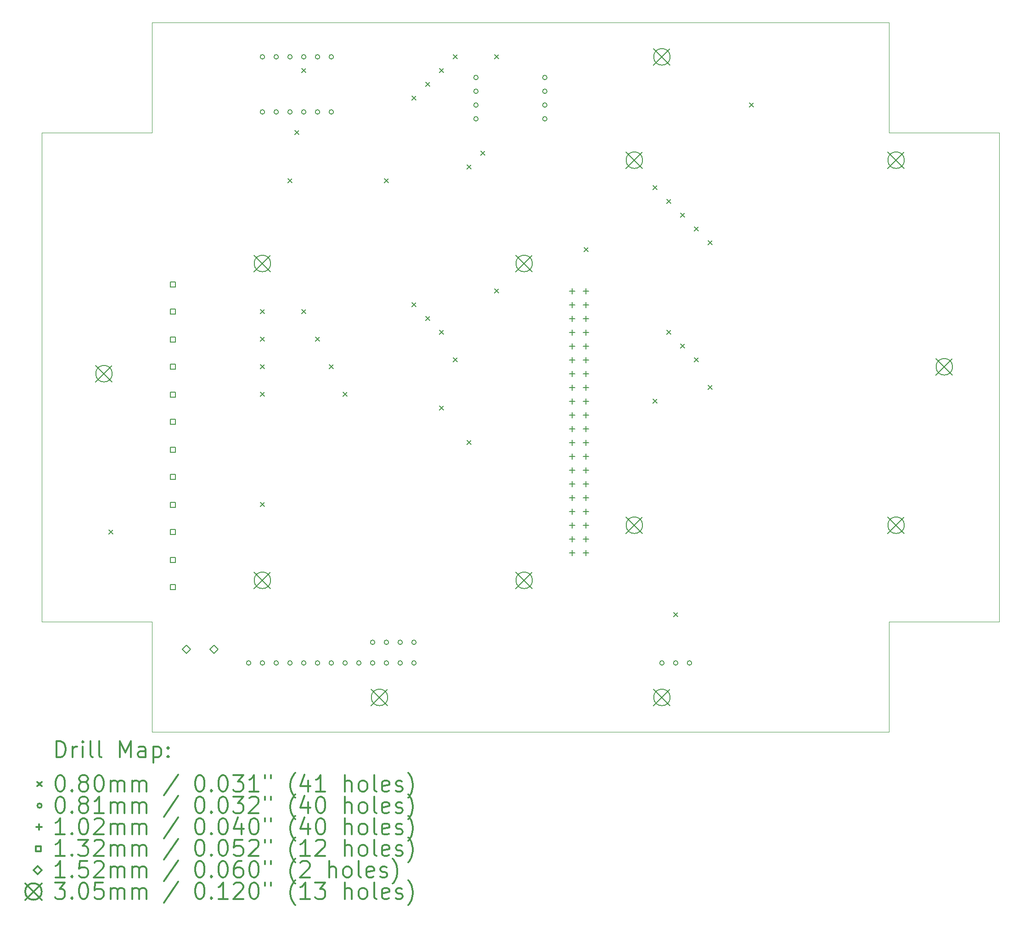
<source format=gbr>
%FSLAX45Y45*%
G04 Gerber Fmt 4.5, Leading zero omitted, Abs format (unit mm)*
G04 Created by KiCad (PCBNEW 4.0.5+dfsg1-4+deb9u1) date Tue Sep 27 18:47:43 2022*
%MOMM*%
%LPD*%
G01*
G04 APERTURE LIST*
%ADD10C,0.127000*%
%ADD11C,0.100000*%
%ADD12C,0.200000*%
%ADD13C,0.300000*%
G04 APERTURE END LIST*
D10*
D11*
X21336000Y-16383000D02*
X7747000Y-16383000D01*
X21336000Y-14351000D02*
X21336000Y-16383000D01*
X23368000Y-14351000D02*
X21336000Y-14351000D01*
X23368000Y-5334000D02*
X23368000Y-14351000D01*
X21336000Y-5334000D02*
X23368000Y-5334000D01*
X21336000Y-3302000D02*
X21336000Y-5334000D01*
X7747000Y-3302000D02*
X21336000Y-3302000D01*
X7747000Y-5334000D02*
X7747000Y-3302000D01*
X5715000Y-5334000D02*
X7747000Y-5334000D01*
X5715000Y-14351000D02*
X5715000Y-5334000D01*
X7747000Y-14351000D02*
X5715000Y-14351000D01*
X7747000Y-16383000D02*
X7747000Y-14351000D01*
X13970000Y-16383000D02*
X20701000Y-16383000D01*
X13970000Y-16383000D02*
X7874000Y-16383000D01*
D12*
X6945000Y-12660000D02*
X7025000Y-12740000D01*
X7025000Y-12660000D02*
X6945000Y-12740000D01*
X9739000Y-8596000D02*
X9819000Y-8676000D01*
X9819000Y-8596000D02*
X9739000Y-8676000D01*
X9739000Y-9104000D02*
X9819000Y-9184000D01*
X9819000Y-9104000D02*
X9739000Y-9184000D01*
X9739000Y-9612000D02*
X9819000Y-9692000D01*
X9819000Y-9612000D02*
X9739000Y-9692000D01*
X9739000Y-10120000D02*
X9819000Y-10200000D01*
X9819000Y-10120000D02*
X9739000Y-10200000D01*
X9739000Y-12152000D02*
X9819000Y-12232000D01*
X9819000Y-12152000D02*
X9739000Y-12232000D01*
X10247000Y-6183000D02*
X10327000Y-6263000D01*
X10327000Y-6183000D02*
X10247000Y-6263000D01*
X10374000Y-5294000D02*
X10454000Y-5374000D01*
X10454000Y-5294000D02*
X10374000Y-5374000D01*
X10501000Y-4151000D02*
X10581000Y-4231000D01*
X10581000Y-4151000D02*
X10501000Y-4231000D01*
X10501000Y-8596000D02*
X10581000Y-8676000D01*
X10581000Y-8596000D02*
X10501000Y-8676000D01*
X10755000Y-9104000D02*
X10835000Y-9184000D01*
X10835000Y-9104000D02*
X10755000Y-9184000D01*
X11009000Y-9612000D02*
X11089000Y-9692000D01*
X11089000Y-9612000D02*
X11009000Y-9692000D01*
X11263000Y-10120000D02*
X11343000Y-10200000D01*
X11343000Y-10120000D02*
X11263000Y-10200000D01*
X12025000Y-6183000D02*
X12105000Y-6263000D01*
X12105000Y-6183000D02*
X12025000Y-6263000D01*
X12533000Y-4659000D02*
X12613000Y-4739000D01*
X12613000Y-4659000D02*
X12533000Y-4739000D01*
X12533000Y-8469000D02*
X12613000Y-8549000D01*
X12613000Y-8469000D02*
X12533000Y-8549000D01*
X12787000Y-4405000D02*
X12867000Y-4485000D01*
X12867000Y-4405000D02*
X12787000Y-4485000D01*
X12787000Y-8723000D02*
X12867000Y-8803000D01*
X12867000Y-8723000D02*
X12787000Y-8803000D01*
X13041000Y-4151000D02*
X13121000Y-4231000D01*
X13121000Y-4151000D02*
X13041000Y-4231000D01*
X13041000Y-8977000D02*
X13121000Y-9057000D01*
X13121000Y-8977000D02*
X13041000Y-9057000D01*
X13041000Y-10374000D02*
X13121000Y-10454000D01*
X13121000Y-10374000D02*
X13041000Y-10454000D01*
X13295000Y-3897000D02*
X13375000Y-3977000D01*
X13375000Y-3897000D02*
X13295000Y-3977000D01*
X13295000Y-9485000D02*
X13375000Y-9565000D01*
X13375000Y-9485000D02*
X13295000Y-9565000D01*
X13549000Y-5929000D02*
X13629000Y-6009000D01*
X13629000Y-5929000D02*
X13549000Y-6009000D01*
X13549000Y-11009000D02*
X13629000Y-11089000D01*
X13629000Y-11009000D02*
X13549000Y-11089000D01*
X13803000Y-5675000D02*
X13883000Y-5755000D01*
X13883000Y-5675000D02*
X13803000Y-5755000D01*
X14057000Y-3897000D02*
X14137000Y-3977000D01*
X14137000Y-3897000D02*
X14057000Y-3977000D01*
X14057000Y-8215000D02*
X14137000Y-8295000D01*
X14137000Y-8215000D02*
X14057000Y-8295000D01*
X15708000Y-7453000D02*
X15788000Y-7533000D01*
X15788000Y-7453000D02*
X15708000Y-7533000D01*
X16978000Y-6310000D02*
X17058000Y-6390000D01*
X17058000Y-6310000D02*
X16978000Y-6390000D01*
X16978000Y-10247000D02*
X17058000Y-10327000D01*
X17058000Y-10247000D02*
X16978000Y-10327000D01*
X17232000Y-6564000D02*
X17312000Y-6644000D01*
X17312000Y-6564000D02*
X17232000Y-6644000D01*
X17232000Y-8977000D02*
X17312000Y-9057000D01*
X17312000Y-8977000D02*
X17232000Y-9057000D01*
X17359000Y-14184000D02*
X17439000Y-14264000D01*
X17439000Y-14184000D02*
X17359000Y-14264000D01*
X17486000Y-6818000D02*
X17566000Y-6898000D01*
X17566000Y-6818000D02*
X17486000Y-6898000D01*
X17486000Y-9231000D02*
X17566000Y-9311000D01*
X17566000Y-9231000D02*
X17486000Y-9311000D01*
X17740000Y-7072000D02*
X17820000Y-7152000D01*
X17820000Y-7072000D02*
X17740000Y-7152000D01*
X17740000Y-9485000D02*
X17820000Y-9565000D01*
X17820000Y-9485000D02*
X17740000Y-9565000D01*
X17994000Y-7326000D02*
X18074000Y-7406000D01*
X18074000Y-7326000D02*
X17994000Y-7406000D01*
X17994000Y-9993000D02*
X18074000Y-10073000D01*
X18074000Y-9993000D02*
X17994000Y-10073000D01*
X18756000Y-4786000D02*
X18836000Y-4866000D01*
X18836000Y-4786000D02*
X18756000Y-4866000D01*
X9565640Y-15113000D02*
G75*
G03X9565640Y-15113000I-40640J0D01*
G01*
X9819640Y-3937000D02*
G75*
G03X9819640Y-3937000I-40640J0D01*
G01*
X9819640Y-4953000D02*
G75*
G03X9819640Y-4953000I-40640J0D01*
G01*
X9819640Y-15113000D02*
G75*
G03X9819640Y-15113000I-40640J0D01*
G01*
X10073640Y-3937000D02*
G75*
G03X10073640Y-3937000I-40640J0D01*
G01*
X10073640Y-4953000D02*
G75*
G03X10073640Y-4953000I-40640J0D01*
G01*
X10073640Y-15113000D02*
G75*
G03X10073640Y-15113000I-40640J0D01*
G01*
X10327640Y-3937000D02*
G75*
G03X10327640Y-3937000I-40640J0D01*
G01*
X10327640Y-4953000D02*
G75*
G03X10327640Y-4953000I-40640J0D01*
G01*
X10327640Y-15113000D02*
G75*
G03X10327640Y-15113000I-40640J0D01*
G01*
X10581640Y-3937000D02*
G75*
G03X10581640Y-3937000I-40640J0D01*
G01*
X10581640Y-4953000D02*
G75*
G03X10581640Y-4953000I-40640J0D01*
G01*
X10581640Y-15113000D02*
G75*
G03X10581640Y-15113000I-40640J0D01*
G01*
X10835640Y-3937000D02*
G75*
G03X10835640Y-3937000I-40640J0D01*
G01*
X10835640Y-4953000D02*
G75*
G03X10835640Y-4953000I-40640J0D01*
G01*
X10835640Y-15113000D02*
G75*
G03X10835640Y-15113000I-40640J0D01*
G01*
X11089640Y-3937000D02*
G75*
G03X11089640Y-3937000I-40640J0D01*
G01*
X11089640Y-4953000D02*
G75*
G03X11089640Y-4953000I-40640J0D01*
G01*
X11089640Y-15113000D02*
G75*
G03X11089640Y-15113000I-40640J0D01*
G01*
X11343640Y-15113000D02*
G75*
G03X11343640Y-15113000I-40640J0D01*
G01*
X11597640Y-15113000D02*
G75*
G03X11597640Y-15113000I-40640J0D01*
G01*
X11851640Y-14732000D02*
G75*
G03X11851640Y-14732000I-40640J0D01*
G01*
X11851640Y-15113000D02*
G75*
G03X11851640Y-15113000I-40640J0D01*
G01*
X12105640Y-14732000D02*
G75*
G03X12105640Y-14732000I-40640J0D01*
G01*
X12105640Y-15113000D02*
G75*
G03X12105640Y-15113000I-40640J0D01*
G01*
X12359640Y-14732000D02*
G75*
G03X12359640Y-14732000I-40640J0D01*
G01*
X12359640Y-15113000D02*
G75*
G03X12359640Y-15113000I-40640J0D01*
G01*
X12613640Y-14732000D02*
G75*
G03X12613640Y-14732000I-40640J0D01*
G01*
X12613640Y-15113000D02*
G75*
G03X12613640Y-15113000I-40640J0D01*
G01*
X13756640Y-4318000D02*
G75*
G03X13756640Y-4318000I-40640J0D01*
G01*
X13756640Y-4572000D02*
G75*
G03X13756640Y-4572000I-40640J0D01*
G01*
X13756640Y-4826000D02*
G75*
G03X13756640Y-4826000I-40640J0D01*
G01*
X13756640Y-5080000D02*
G75*
G03X13756640Y-5080000I-40640J0D01*
G01*
X15026640Y-4318000D02*
G75*
G03X15026640Y-4318000I-40640J0D01*
G01*
X15026640Y-4572000D02*
G75*
G03X15026640Y-4572000I-40640J0D01*
G01*
X15026640Y-4826000D02*
G75*
G03X15026640Y-4826000I-40640J0D01*
G01*
X15026640Y-5080000D02*
G75*
G03X15026640Y-5080000I-40640J0D01*
G01*
X17185640Y-15113000D02*
G75*
G03X17185640Y-15113000I-40640J0D01*
G01*
X17439640Y-15113000D02*
G75*
G03X17439640Y-15113000I-40640J0D01*
G01*
X17693640Y-15113000D02*
G75*
G03X17693640Y-15113000I-40640J0D01*
G01*
X15494000Y-8204200D02*
X15494000Y-8305800D01*
X15443200Y-8255000D02*
X15544800Y-8255000D01*
X15494000Y-8458200D02*
X15494000Y-8559800D01*
X15443200Y-8509000D02*
X15544800Y-8509000D01*
X15494000Y-8712200D02*
X15494000Y-8813800D01*
X15443200Y-8763000D02*
X15544800Y-8763000D01*
X15494000Y-8966200D02*
X15494000Y-9067800D01*
X15443200Y-9017000D02*
X15544800Y-9017000D01*
X15494000Y-9220200D02*
X15494000Y-9321800D01*
X15443200Y-9271000D02*
X15544800Y-9271000D01*
X15494000Y-9474200D02*
X15494000Y-9575800D01*
X15443200Y-9525000D02*
X15544800Y-9525000D01*
X15494000Y-9728200D02*
X15494000Y-9829800D01*
X15443200Y-9779000D02*
X15544800Y-9779000D01*
X15494000Y-9982200D02*
X15494000Y-10083800D01*
X15443200Y-10033000D02*
X15544800Y-10033000D01*
X15494000Y-10236200D02*
X15494000Y-10337800D01*
X15443200Y-10287000D02*
X15544800Y-10287000D01*
X15494000Y-10490200D02*
X15494000Y-10591800D01*
X15443200Y-10541000D02*
X15544800Y-10541000D01*
X15494000Y-10744200D02*
X15494000Y-10845800D01*
X15443200Y-10795000D02*
X15544800Y-10795000D01*
X15494000Y-10998200D02*
X15494000Y-11099800D01*
X15443200Y-11049000D02*
X15544800Y-11049000D01*
X15494000Y-11252200D02*
X15494000Y-11353800D01*
X15443200Y-11303000D02*
X15544800Y-11303000D01*
X15494000Y-11506200D02*
X15494000Y-11607800D01*
X15443200Y-11557000D02*
X15544800Y-11557000D01*
X15494000Y-11760200D02*
X15494000Y-11861800D01*
X15443200Y-11811000D02*
X15544800Y-11811000D01*
X15494000Y-12014200D02*
X15494000Y-12115800D01*
X15443200Y-12065000D02*
X15544800Y-12065000D01*
X15494000Y-12268200D02*
X15494000Y-12369800D01*
X15443200Y-12319000D02*
X15544800Y-12319000D01*
X15494000Y-12522200D02*
X15494000Y-12623800D01*
X15443200Y-12573000D02*
X15544800Y-12573000D01*
X15494000Y-12776200D02*
X15494000Y-12877800D01*
X15443200Y-12827000D02*
X15544800Y-12827000D01*
X15494000Y-13030200D02*
X15494000Y-13131800D01*
X15443200Y-13081000D02*
X15544800Y-13081000D01*
X15748000Y-8204200D02*
X15748000Y-8305800D01*
X15697200Y-8255000D02*
X15798800Y-8255000D01*
X15748000Y-8458200D02*
X15748000Y-8559800D01*
X15697200Y-8509000D02*
X15798800Y-8509000D01*
X15748000Y-8712200D02*
X15748000Y-8813800D01*
X15697200Y-8763000D02*
X15798800Y-8763000D01*
X15748000Y-8966200D02*
X15748000Y-9067800D01*
X15697200Y-9017000D02*
X15798800Y-9017000D01*
X15748000Y-9220200D02*
X15748000Y-9321800D01*
X15697200Y-9271000D02*
X15798800Y-9271000D01*
X15748000Y-9474200D02*
X15748000Y-9575800D01*
X15697200Y-9525000D02*
X15798800Y-9525000D01*
X15748000Y-9728200D02*
X15748000Y-9829800D01*
X15697200Y-9779000D02*
X15798800Y-9779000D01*
X15748000Y-9982200D02*
X15748000Y-10083800D01*
X15697200Y-10033000D02*
X15798800Y-10033000D01*
X15748000Y-10236200D02*
X15748000Y-10337800D01*
X15697200Y-10287000D02*
X15798800Y-10287000D01*
X15748000Y-10490200D02*
X15748000Y-10591800D01*
X15697200Y-10541000D02*
X15798800Y-10541000D01*
X15748000Y-10744200D02*
X15748000Y-10845800D01*
X15697200Y-10795000D02*
X15798800Y-10795000D01*
X15748000Y-10998200D02*
X15748000Y-11099800D01*
X15697200Y-11049000D02*
X15798800Y-11049000D01*
X15748000Y-11252200D02*
X15748000Y-11353800D01*
X15697200Y-11303000D02*
X15798800Y-11303000D01*
X15748000Y-11506200D02*
X15748000Y-11607800D01*
X15697200Y-11557000D02*
X15798800Y-11557000D01*
X15748000Y-11760200D02*
X15748000Y-11861800D01*
X15697200Y-11811000D02*
X15798800Y-11811000D01*
X15748000Y-12014200D02*
X15748000Y-12115800D01*
X15697200Y-12065000D02*
X15798800Y-12065000D01*
X15748000Y-12268200D02*
X15748000Y-12369800D01*
X15697200Y-12319000D02*
X15798800Y-12319000D01*
X15748000Y-12522200D02*
X15748000Y-12623800D01*
X15697200Y-12573000D02*
X15798800Y-12573000D01*
X15748000Y-12776200D02*
X15748000Y-12877800D01*
X15697200Y-12827000D02*
X15798800Y-12827000D01*
X15748000Y-13030200D02*
X15748000Y-13131800D01*
X15697200Y-13081000D02*
X15798800Y-13081000D01*
X8174698Y-8177238D02*
X8174698Y-8083842D01*
X8081302Y-8083842D01*
X8081302Y-8177238D01*
X8174698Y-8177238D01*
X8174698Y-8677618D02*
X8174698Y-8584222D01*
X8081302Y-8584222D01*
X8081302Y-8677618D01*
X8174698Y-8677618D01*
X8174698Y-9193238D02*
X8174698Y-9099842D01*
X8081302Y-9099842D01*
X8081302Y-9193238D01*
X8174698Y-9193238D01*
X8174698Y-9693618D02*
X8174698Y-9600222D01*
X8081302Y-9600222D01*
X8081302Y-9693618D01*
X8174698Y-9693618D01*
X8174698Y-10209238D02*
X8174698Y-10115842D01*
X8081302Y-10115842D01*
X8081302Y-10209238D01*
X8174698Y-10209238D01*
X8174698Y-10709618D02*
X8174698Y-10616222D01*
X8081302Y-10616222D01*
X8081302Y-10709618D01*
X8174698Y-10709618D01*
X8174698Y-11225238D02*
X8174698Y-11131842D01*
X8081302Y-11131842D01*
X8081302Y-11225238D01*
X8174698Y-11225238D01*
X8174698Y-11725618D02*
X8174698Y-11632222D01*
X8081302Y-11632222D01*
X8081302Y-11725618D01*
X8174698Y-11725618D01*
X8174698Y-12241238D02*
X8174698Y-12147842D01*
X8081302Y-12147842D01*
X8081302Y-12241238D01*
X8174698Y-12241238D01*
X8174698Y-12741618D02*
X8174698Y-12648222D01*
X8081302Y-12648222D01*
X8081302Y-12741618D01*
X8174698Y-12741618D01*
X8174698Y-13257238D02*
X8174698Y-13163842D01*
X8081302Y-13163842D01*
X8081302Y-13257238D01*
X8174698Y-13257238D01*
X8174698Y-13757618D02*
X8174698Y-13664222D01*
X8081302Y-13664222D01*
X8081302Y-13757618D01*
X8174698Y-13757618D01*
X8382000Y-14935200D02*
X8458200Y-14859000D01*
X8382000Y-14782800D01*
X8305800Y-14859000D01*
X8382000Y-14935200D01*
X8890000Y-14935200D02*
X8966200Y-14859000D01*
X8890000Y-14782800D01*
X8813800Y-14859000D01*
X8890000Y-14935200D01*
X6705600Y-9626600D02*
X7010400Y-9931400D01*
X7010400Y-9626600D02*
X6705600Y-9931400D01*
X7010400Y-9779000D02*
G75*
G03X7010400Y-9779000I-152400J0D01*
G01*
X9626600Y-7594600D02*
X9931400Y-7899400D01*
X9931400Y-7594600D02*
X9626600Y-7899400D01*
X9931400Y-7747000D02*
G75*
G03X9931400Y-7747000I-152400J0D01*
G01*
X9626600Y-13436600D02*
X9931400Y-13741400D01*
X9931400Y-13436600D02*
X9626600Y-13741400D01*
X9931400Y-13589000D02*
G75*
G03X9931400Y-13589000I-152400J0D01*
G01*
X11785600Y-15595600D02*
X12090400Y-15900400D01*
X12090400Y-15595600D02*
X11785600Y-15900400D01*
X12090400Y-15748000D02*
G75*
G03X12090400Y-15748000I-152400J0D01*
G01*
X14452600Y-7594600D02*
X14757400Y-7899400D01*
X14757400Y-7594600D02*
X14452600Y-7899400D01*
X14757400Y-7747000D02*
G75*
G03X14757400Y-7747000I-152400J0D01*
G01*
X14452600Y-13436600D02*
X14757400Y-13741400D01*
X14757400Y-13436600D02*
X14452600Y-13741400D01*
X14757400Y-13589000D02*
G75*
G03X14757400Y-13589000I-152400J0D01*
G01*
X16484600Y-5689600D02*
X16789400Y-5994400D01*
X16789400Y-5689600D02*
X16484600Y-5994400D01*
X16789400Y-5842000D02*
G75*
G03X16789400Y-5842000I-152400J0D01*
G01*
X16484600Y-12420600D02*
X16789400Y-12725400D01*
X16789400Y-12420600D02*
X16484600Y-12725400D01*
X16789400Y-12573000D02*
G75*
G03X16789400Y-12573000I-152400J0D01*
G01*
X16992600Y-3784600D02*
X17297400Y-4089400D01*
X17297400Y-3784600D02*
X16992600Y-4089400D01*
X17297400Y-3937000D02*
G75*
G03X17297400Y-3937000I-152400J0D01*
G01*
X16992600Y-15595600D02*
X17297400Y-15900400D01*
X17297400Y-15595600D02*
X16992600Y-15900400D01*
X17297400Y-15748000D02*
G75*
G03X17297400Y-15748000I-152400J0D01*
G01*
X21310600Y-5689600D02*
X21615400Y-5994400D01*
X21615400Y-5689600D02*
X21310600Y-5994400D01*
X21615400Y-5842000D02*
G75*
G03X21615400Y-5842000I-152400J0D01*
G01*
X21310600Y-12420600D02*
X21615400Y-12725400D01*
X21615400Y-12420600D02*
X21310600Y-12725400D01*
X21615400Y-12573000D02*
G75*
G03X21615400Y-12573000I-152400J0D01*
G01*
X22199600Y-9499600D02*
X22504400Y-9804400D01*
X22504400Y-9499600D02*
X22199600Y-9804400D01*
X22504400Y-9652000D02*
G75*
G03X22504400Y-9652000I-152400J0D01*
G01*
D13*
X5981428Y-16853714D02*
X5981428Y-16553714D01*
X6052857Y-16553714D01*
X6095714Y-16568000D01*
X6124286Y-16596571D01*
X6138571Y-16625143D01*
X6152857Y-16682286D01*
X6152857Y-16725143D01*
X6138571Y-16782286D01*
X6124286Y-16810857D01*
X6095714Y-16839429D01*
X6052857Y-16853714D01*
X5981428Y-16853714D01*
X6281428Y-16853714D02*
X6281428Y-16653714D01*
X6281428Y-16710857D02*
X6295714Y-16682286D01*
X6310000Y-16668000D01*
X6338571Y-16653714D01*
X6367143Y-16653714D01*
X6467143Y-16853714D02*
X6467143Y-16653714D01*
X6467143Y-16553714D02*
X6452857Y-16568000D01*
X6467143Y-16582286D01*
X6481428Y-16568000D01*
X6467143Y-16553714D01*
X6467143Y-16582286D01*
X6652857Y-16853714D02*
X6624286Y-16839429D01*
X6610000Y-16810857D01*
X6610000Y-16553714D01*
X6810000Y-16853714D02*
X6781428Y-16839429D01*
X6767143Y-16810857D01*
X6767143Y-16553714D01*
X7152857Y-16853714D02*
X7152857Y-16553714D01*
X7252857Y-16768000D01*
X7352857Y-16553714D01*
X7352857Y-16853714D01*
X7624286Y-16853714D02*
X7624286Y-16696571D01*
X7610000Y-16668000D01*
X7581428Y-16653714D01*
X7524286Y-16653714D01*
X7495714Y-16668000D01*
X7624286Y-16839429D02*
X7595714Y-16853714D01*
X7524286Y-16853714D01*
X7495714Y-16839429D01*
X7481428Y-16810857D01*
X7481428Y-16782286D01*
X7495714Y-16753714D01*
X7524286Y-16739429D01*
X7595714Y-16739429D01*
X7624286Y-16725143D01*
X7767143Y-16653714D02*
X7767143Y-16953714D01*
X7767143Y-16668000D02*
X7795714Y-16653714D01*
X7852857Y-16653714D01*
X7881428Y-16668000D01*
X7895714Y-16682286D01*
X7910000Y-16710857D01*
X7910000Y-16796572D01*
X7895714Y-16825143D01*
X7881428Y-16839429D01*
X7852857Y-16853714D01*
X7795714Y-16853714D01*
X7767143Y-16839429D01*
X8038571Y-16825143D02*
X8052857Y-16839429D01*
X8038571Y-16853714D01*
X8024286Y-16839429D01*
X8038571Y-16825143D01*
X8038571Y-16853714D01*
X8038571Y-16668000D02*
X8052857Y-16682286D01*
X8038571Y-16696571D01*
X8024286Y-16682286D01*
X8038571Y-16668000D01*
X8038571Y-16696571D01*
X5630000Y-17308000D02*
X5710000Y-17388000D01*
X5710000Y-17308000D02*
X5630000Y-17388000D01*
X6038571Y-17183714D02*
X6067143Y-17183714D01*
X6095714Y-17198000D01*
X6110000Y-17212286D01*
X6124286Y-17240857D01*
X6138571Y-17298000D01*
X6138571Y-17369429D01*
X6124286Y-17426572D01*
X6110000Y-17455143D01*
X6095714Y-17469429D01*
X6067143Y-17483714D01*
X6038571Y-17483714D01*
X6010000Y-17469429D01*
X5995714Y-17455143D01*
X5981428Y-17426572D01*
X5967143Y-17369429D01*
X5967143Y-17298000D01*
X5981428Y-17240857D01*
X5995714Y-17212286D01*
X6010000Y-17198000D01*
X6038571Y-17183714D01*
X6267143Y-17455143D02*
X6281428Y-17469429D01*
X6267143Y-17483714D01*
X6252857Y-17469429D01*
X6267143Y-17455143D01*
X6267143Y-17483714D01*
X6452857Y-17312286D02*
X6424286Y-17298000D01*
X6410000Y-17283714D01*
X6395714Y-17255143D01*
X6395714Y-17240857D01*
X6410000Y-17212286D01*
X6424286Y-17198000D01*
X6452857Y-17183714D01*
X6510000Y-17183714D01*
X6538571Y-17198000D01*
X6552857Y-17212286D01*
X6567143Y-17240857D01*
X6567143Y-17255143D01*
X6552857Y-17283714D01*
X6538571Y-17298000D01*
X6510000Y-17312286D01*
X6452857Y-17312286D01*
X6424286Y-17326572D01*
X6410000Y-17340857D01*
X6395714Y-17369429D01*
X6395714Y-17426572D01*
X6410000Y-17455143D01*
X6424286Y-17469429D01*
X6452857Y-17483714D01*
X6510000Y-17483714D01*
X6538571Y-17469429D01*
X6552857Y-17455143D01*
X6567143Y-17426572D01*
X6567143Y-17369429D01*
X6552857Y-17340857D01*
X6538571Y-17326572D01*
X6510000Y-17312286D01*
X6752857Y-17183714D02*
X6781428Y-17183714D01*
X6810000Y-17198000D01*
X6824286Y-17212286D01*
X6838571Y-17240857D01*
X6852857Y-17298000D01*
X6852857Y-17369429D01*
X6838571Y-17426572D01*
X6824286Y-17455143D01*
X6810000Y-17469429D01*
X6781428Y-17483714D01*
X6752857Y-17483714D01*
X6724286Y-17469429D01*
X6710000Y-17455143D01*
X6695714Y-17426572D01*
X6681428Y-17369429D01*
X6681428Y-17298000D01*
X6695714Y-17240857D01*
X6710000Y-17212286D01*
X6724286Y-17198000D01*
X6752857Y-17183714D01*
X6981428Y-17483714D02*
X6981428Y-17283714D01*
X6981428Y-17312286D02*
X6995714Y-17298000D01*
X7024286Y-17283714D01*
X7067143Y-17283714D01*
X7095714Y-17298000D01*
X7110000Y-17326572D01*
X7110000Y-17483714D01*
X7110000Y-17326572D02*
X7124286Y-17298000D01*
X7152857Y-17283714D01*
X7195714Y-17283714D01*
X7224286Y-17298000D01*
X7238571Y-17326572D01*
X7238571Y-17483714D01*
X7381428Y-17483714D02*
X7381428Y-17283714D01*
X7381428Y-17312286D02*
X7395714Y-17298000D01*
X7424286Y-17283714D01*
X7467143Y-17283714D01*
X7495714Y-17298000D01*
X7510000Y-17326572D01*
X7510000Y-17483714D01*
X7510000Y-17326572D02*
X7524286Y-17298000D01*
X7552857Y-17283714D01*
X7595714Y-17283714D01*
X7624286Y-17298000D01*
X7638571Y-17326572D01*
X7638571Y-17483714D01*
X8224286Y-17169429D02*
X7967143Y-17555143D01*
X8610000Y-17183714D02*
X8638571Y-17183714D01*
X8667143Y-17198000D01*
X8681428Y-17212286D01*
X8695714Y-17240857D01*
X8710000Y-17298000D01*
X8710000Y-17369429D01*
X8695714Y-17426572D01*
X8681428Y-17455143D01*
X8667143Y-17469429D01*
X8638571Y-17483714D01*
X8610000Y-17483714D01*
X8581428Y-17469429D01*
X8567143Y-17455143D01*
X8552857Y-17426572D01*
X8538571Y-17369429D01*
X8538571Y-17298000D01*
X8552857Y-17240857D01*
X8567143Y-17212286D01*
X8581428Y-17198000D01*
X8610000Y-17183714D01*
X8838571Y-17455143D02*
X8852857Y-17469429D01*
X8838571Y-17483714D01*
X8824286Y-17469429D01*
X8838571Y-17455143D01*
X8838571Y-17483714D01*
X9038571Y-17183714D02*
X9067143Y-17183714D01*
X9095714Y-17198000D01*
X9110000Y-17212286D01*
X9124286Y-17240857D01*
X9138571Y-17298000D01*
X9138571Y-17369429D01*
X9124286Y-17426572D01*
X9110000Y-17455143D01*
X9095714Y-17469429D01*
X9067143Y-17483714D01*
X9038571Y-17483714D01*
X9010000Y-17469429D01*
X8995714Y-17455143D01*
X8981428Y-17426572D01*
X8967143Y-17369429D01*
X8967143Y-17298000D01*
X8981428Y-17240857D01*
X8995714Y-17212286D01*
X9010000Y-17198000D01*
X9038571Y-17183714D01*
X9238571Y-17183714D02*
X9424286Y-17183714D01*
X9324286Y-17298000D01*
X9367143Y-17298000D01*
X9395714Y-17312286D01*
X9410000Y-17326572D01*
X9424286Y-17355143D01*
X9424286Y-17426572D01*
X9410000Y-17455143D01*
X9395714Y-17469429D01*
X9367143Y-17483714D01*
X9281428Y-17483714D01*
X9252857Y-17469429D01*
X9238571Y-17455143D01*
X9710000Y-17483714D02*
X9538571Y-17483714D01*
X9624286Y-17483714D02*
X9624286Y-17183714D01*
X9595714Y-17226572D01*
X9567143Y-17255143D01*
X9538571Y-17269429D01*
X9824286Y-17183714D02*
X9824286Y-17240857D01*
X9938571Y-17183714D02*
X9938571Y-17240857D01*
X10381428Y-17598000D02*
X10367143Y-17583714D01*
X10338571Y-17540857D01*
X10324286Y-17512286D01*
X10310000Y-17469429D01*
X10295714Y-17398000D01*
X10295714Y-17340857D01*
X10310000Y-17269429D01*
X10324286Y-17226572D01*
X10338571Y-17198000D01*
X10367143Y-17155143D01*
X10381428Y-17140857D01*
X10624286Y-17283714D02*
X10624286Y-17483714D01*
X10552857Y-17169429D02*
X10481428Y-17383714D01*
X10667143Y-17383714D01*
X10938571Y-17483714D02*
X10767143Y-17483714D01*
X10852857Y-17483714D02*
X10852857Y-17183714D01*
X10824286Y-17226572D01*
X10795714Y-17255143D01*
X10767143Y-17269429D01*
X11295714Y-17483714D02*
X11295714Y-17183714D01*
X11424285Y-17483714D02*
X11424285Y-17326572D01*
X11410000Y-17298000D01*
X11381428Y-17283714D01*
X11338571Y-17283714D01*
X11310000Y-17298000D01*
X11295714Y-17312286D01*
X11610000Y-17483714D02*
X11581428Y-17469429D01*
X11567143Y-17455143D01*
X11552857Y-17426572D01*
X11552857Y-17340857D01*
X11567143Y-17312286D01*
X11581428Y-17298000D01*
X11610000Y-17283714D01*
X11652857Y-17283714D01*
X11681428Y-17298000D01*
X11695714Y-17312286D01*
X11710000Y-17340857D01*
X11710000Y-17426572D01*
X11695714Y-17455143D01*
X11681428Y-17469429D01*
X11652857Y-17483714D01*
X11610000Y-17483714D01*
X11881428Y-17483714D02*
X11852857Y-17469429D01*
X11838571Y-17440857D01*
X11838571Y-17183714D01*
X12110000Y-17469429D02*
X12081428Y-17483714D01*
X12024286Y-17483714D01*
X11995714Y-17469429D01*
X11981428Y-17440857D01*
X11981428Y-17326572D01*
X11995714Y-17298000D01*
X12024286Y-17283714D01*
X12081428Y-17283714D01*
X12110000Y-17298000D01*
X12124286Y-17326572D01*
X12124286Y-17355143D01*
X11981428Y-17383714D01*
X12238571Y-17469429D02*
X12267143Y-17483714D01*
X12324286Y-17483714D01*
X12352857Y-17469429D01*
X12367143Y-17440857D01*
X12367143Y-17426572D01*
X12352857Y-17398000D01*
X12324286Y-17383714D01*
X12281428Y-17383714D01*
X12252857Y-17369429D01*
X12238571Y-17340857D01*
X12238571Y-17326572D01*
X12252857Y-17298000D01*
X12281428Y-17283714D01*
X12324286Y-17283714D01*
X12352857Y-17298000D01*
X12467143Y-17598000D02*
X12481428Y-17583714D01*
X12510000Y-17540857D01*
X12524286Y-17512286D01*
X12538571Y-17469429D01*
X12552857Y-17398000D01*
X12552857Y-17340857D01*
X12538571Y-17269429D01*
X12524286Y-17226572D01*
X12510000Y-17198000D01*
X12481428Y-17155143D01*
X12467143Y-17140857D01*
X5710000Y-17744000D02*
G75*
G03X5710000Y-17744000I-40640J0D01*
G01*
X6038571Y-17579714D02*
X6067143Y-17579714D01*
X6095714Y-17594000D01*
X6110000Y-17608286D01*
X6124286Y-17636857D01*
X6138571Y-17694000D01*
X6138571Y-17765429D01*
X6124286Y-17822572D01*
X6110000Y-17851143D01*
X6095714Y-17865429D01*
X6067143Y-17879714D01*
X6038571Y-17879714D01*
X6010000Y-17865429D01*
X5995714Y-17851143D01*
X5981428Y-17822572D01*
X5967143Y-17765429D01*
X5967143Y-17694000D01*
X5981428Y-17636857D01*
X5995714Y-17608286D01*
X6010000Y-17594000D01*
X6038571Y-17579714D01*
X6267143Y-17851143D02*
X6281428Y-17865429D01*
X6267143Y-17879714D01*
X6252857Y-17865429D01*
X6267143Y-17851143D01*
X6267143Y-17879714D01*
X6452857Y-17708286D02*
X6424286Y-17694000D01*
X6410000Y-17679714D01*
X6395714Y-17651143D01*
X6395714Y-17636857D01*
X6410000Y-17608286D01*
X6424286Y-17594000D01*
X6452857Y-17579714D01*
X6510000Y-17579714D01*
X6538571Y-17594000D01*
X6552857Y-17608286D01*
X6567143Y-17636857D01*
X6567143Y-17651143D01*
X6552857Y-17679714D01*
X6538571Y-17694000D01*
X6510000Y-17708286D01*
X6452857Y-17708286D01*
X6424286Y-17722572D01*
X6410000Y-17736857D01*
X6395714Y-17765429D01*
X6395714Y-17822572D01*
X6410000Y-17851143D01*
X6424286Y-17865429D01*
X6452857Y-17879714D01*
X6510000Y-17879714D01*
X6538571Y-17865429D01*
X6552857Y-17851143D01*
X6567143Y-17822572D01*
X6567143Y-17765429D01*
X6552857Y-17736857D01*
X6538571Y-17722572D01*
X6510000Y-17708286D01*
X6852857Y-17879714D02*
X6681428Y-17879714D01*
X6767143Y-17879714D02*
X6767143Y-17579714D01*
X6738571Y-17622572D01*
X6710000Y-17651143D01*
X6681428Y-17665429D01*
X6981428Y-17879714D02*
X6981428Y-17679714D01*
X6981428Y-17708286D02*
X6995714Y-17694000D01*
X7024286Y-17679714D01*
X7067143Y-17679714D01*
X7095714Y-17694000D01*
X7110000Y-17722572D01*
X7110000Y-17879714D01*
X7110000Y-17722572D02*
X7124286Y-17694000D01*
X7152857Y-17679714D01*
X7195714Y-17679714D01*
X7224286Y-17694000D01*
X7238571Y-17722572D01*
X7238571Y-17879714D01*
X7381428Y-17879714D02*
X7381428Y-17679714D01*
X7381428Y-17708286D02*
X7395714Y-17694000D01*
X7424286Y-17679714D01*
X7467143Y-17679714D01*
X7495714Y-17694000D01*
X7510000Y-17722572D01*
X7510000Y-17879714D01*
X7510000Y-17722572D02*
X7524286Y-17694000D01*
X7552857Y-17679714D01*
X7595714Y-17679714D01*
X7624286Y-17694000D01*
X7638571Y-17722572D01*
X7638571Y-17879714D01*
X8224286Y-17565429D02*
X7967143Y-17951143D01*
X8610000Y-17579714D02*
X8638571Y-17579714D01*
X8667143Y-17594000D01*
X8681428Y-17608286D01*
X8695714Y-17636857D01*
X8710000Y-17694000D01*
X8710000Y-17765429D01*
X8695714Y-17822572D01*
X8681428Y-17851143D01*
X8667143Y-17865429D01*
X8638571Y-17879714D01*
X8610000Y-17879714D01*
X8581428Y-17865429D01*
X8567143Y-17851143D01*
X8552857Y-17822572D01*
X8538571Y-17765429D01*
X8538571Y-17694000D01*
X8552857Y-17636857D01*
X8567143Y-17608286D01*
X8581428Y-17594000D01*
X8610000Y-17579714D01*
X8838571Y-17851143D02*
X8852857Y-17865429D01*
X8838571Y-17879714D01*
X8824286Y-17865429D01*
X8838571Y-17851143D01*
X8838571Y-17879714D01*
X9038571Y-17579714D02*
X9067143Y-17579714D01*
X9095714Y-17594000D01*
X9110000Y-17608286D01*
X9124286Y-17636857D01*
X9138571Y-17694000D01*
X9138571Y-17765429D01*
X9124286Y-17822572D01*
X9110000Y-17851143D01*
X9095714Y-17865429D01*
X9067143Y-17879714D01*
X9038571Y-17879714D01*
X9010000Y-17865429D01*
X8995714Y-17851143D01*
X8981428Y-17822572D01*
X8967143Y-17765429D01*
X8967143Y-17694000D01*
X8981428Y-17636857D01*
X8995714Y-17608286D01*
X9010000Y-17594000D01*
X9038571Y-17579714D01*
X9238571Y-17579714D02*
X9424286Y-17579714D01*
X9324286Y-17694000D01*
X9367143Y-17694000D01*
X9395714Y-17708286D01*
X9410000Y-17722572D01*
X9424286Y-17751143D01*
X9424286Y-17822572D01*
X9410000Y-17851143D01*
X9395714Y-17865429D01*
X9367143Y-17879714D01*
X9281428Y-17879714D01*
X9252857Y-17865429D01*
X9238571Y-17851143D01*
X9538571Y-17608286D02*
X9552857Y-17594000D01*
X9581428Y-17579714D01*
X9652857Y-17579714D01*
X9681428Y-17594000D01*
X9695714Y-17608286D01*
X9710000Y-17636857D01*
X9710000Y-17665429D01*
X9695714Y-17708286D01*
X9524286Y-17879714D01*
X9710000Y-17879714D01*
X9824286Y-17579714D02*
X9824286Y-17636857D01*
X9938571Y-17579714D02*
X9938571Y-17636857D01*
X10381428Y-17994000D02*
X10367143Y-17979714D01*
X10338571Y-17936857D01*
X10324286Y-17908286D01*
X10310000Y-17865429D01*
X10295714Y-17794000D01*
X10295714Y-17736857D01*
X10310000Y-17665429D01*
X10324286Y-17622572D01*
X10338571Y-17594000D01*
X10367143Y-17551143D01*
X10381428Y-17536857D01*
X10624286Y-17679714D02*
X10624286Y-17879714D01*
X10552857Y-17565429D02*
X10481428Y-17779714D01*
X10667143Y-17779714D01*
X10838571Y-17579714D02*
X10867143Y-17579714D01*
X10895714Y-17594000D01*
X10910000Y-17608286D01*
X10924286Y-17636857D01*
X10938571Y-17694000D01*
X10938571Y-17765429D01*
X10924286Y-17822572D01*
X10910000Y-17851143D01*
X10895714Y-17865429D01*
X10867143Y-17879714D01*
X10838571Y-17879714D01*
X10810000Y-17865429D01*
X10795714Y-17851143D01*
X10781428Y-17822572D01*
X10767143Y-17765429D01*
X10767143Y-17694000D01*
X10781428Y-17636857D01*
X10795714Y-17608286D01*
X10810000Y-17594000D01*
X10838571Y-17579714D01*
X11295714Y-17879714D02*
X11295714Y-17579714D01*
X11424285Y-17879714D02*
X11424285Y-17722572D01*
X11410000Y-17694000D01*
X11381428Y-17679714D01*
X11338571Y-17679714D01*
X11310000Y-17694000D01*
X11295714Y-17708286D01*
X11610000Y-17879714D02*
X11581428Y-17865429D01*
X11567143Y-17851143D01*
X11552857Y-17822572D01*
X11552857Y-17736857D01*
X11567143Y-17708286D01*
X11581428Y-17694000D01*
X11610000Y-17679714D01*
X11652857Y-17679714D01*
X11681428Y-17694000D01*
X11695714Y-17708286D01*
X11710000Y-17736857D01*
X11710000Y-17822572D01*
X11695714Y-17851143D01*
X11681428Y-17865429D01*
X11652857Y-17879714D01*
X11610000Y-17879714D01*
X11881428Y-17879714D02*
X11852857Y-17865429D01*
X11838571Y-17836857D01*
X11838571Y-17579714D01*
X12110000Y-17865429D02*
X12081428Y-17879714D01*
X12024286Y-17879714D01*
X11995714Y-17865429D01*
X11981428Y-17836857D01*
X11981428Y-17722572D01*
X11995714Y-17694000D01*
X12024286Y-17679714D01*
X12081428Y-17679714D01*
X12110000Y-17694000D01*
X12124286Y-17722572D01*
X12124286Y-17751143D01*
X11981428Y-17779714D01*
X12238571Y-17865429D02*
X12267143Y-17879714D01*
X12324286Y-17879714D01*
X12352857Y-17865429D01*
X12367143Y-17836857D01*
X12367143Y-17822572D01*
X12352857Y-17794000D01*
X12324286Y-17779714D01*
X12281428Y-17779714D01*
X12252857Y-17765429D01*
X12238571Y-17736857D01*
X12238571Y-17722572D01*
X12252857Y-17694000D01*
X12281428Y-17679714D01*
X12324286Y-17679714D01*
X12352857Y-17694000D01*
X12467143Y-17994000D02*
X12481428Y-17979714D01*
X12510000Y-17936857D01*
X12524286Y-17908286D01*
X12538571Y-17865429D01*
X12552857Y-17794000D01*
X12552857Y-17736857D01*
X12538571Y-17665429D01*
X12524286Y-17622572D01*
X12510000Y-17594000D01*
X12481428Y-17551143D01*
X12467143Y-17536857D01*
X5659200Y-18089200D02*
X5659200Y-18190800D01*
X5608400Y-18140000D02*
X5710000Y-18140000D01*
X6138571Y-18275714D02*
X5967143Y-18275714D01*
X6052857Y-18275714D02*
X6052857Y-17975714D01*
X6024286Y-18018572D01*
X5995714Y-18047143D01*
X5967143Y-18061429D01*
X6267143Y-18247143D02*
X6281428Y-18261429D01*
X6267143Y-18275714D01*
X6252857Y-18261429D01*
X6267143Y-18247143D01*
X6267143Y-18275714D01*
X6467143Y-17975714D02*
X6495714Y-17975714D01*
X6524286Y-17990000D01*
X6538571Y-18004286D01*
X6552857Y-18032857D01*
X6567143Y-18090000D01*
X6567143Y-18161429D01*
X6552857Y-18218572D01*
X6538571Y-18247143D01*
X6524286Y-18261429D01*
X6495714Y-18275714D01*
X6467143Y-18275714D01*
X6438571Y-18261429D01*
X6424286Y-18247143D01*
X6410000Y-18218572D01*
X6395714Y-18161429D01*
X6395714Y-18090000D01*
X6410000Y-18032857D01*
X6424286Y-18004286D01*
X6438571Y-17990000D01*
X6467143Y-17975714D01*
X6681428Y-18004286D02*
X6695714Y-17990000D01*
X6724286Y-17975714D01*
X6795714Y-17975714D01*
X6824286Y-17990000D01*
X6838571Y-18004286D01*
X6852857Y-18032857D01*
X6852857Y-18061429D01*
X6838571Y-18104286D01*
X6667143Y-18275714D01*
X6852857Y-18275714D01*
X6981428Y-18275714D02*
X6981428Y-18075714D01*
X6981428Y-18104286D02*
X6995714Y-18090000D01*
X7024286Y-18075714D01*
X7067143Y-18075714D01*
X7095714Y-18090000D01*
X7110000Y-18118572D01*
X7110000Y-18275714D01*
X7110000Y-18118572D02*
X7124286Y-18090000D01*
X7152857Y-18075714D01*
X7195714Y-18075714D01*
X7224286Y-18090000D01*
X7238571Y-18118572D01*
X7238571Y-18275714D01*
X7381428Y-18275714D02*
X7381428Y-18075714D01*
X7381428Y-18104286D02*
X7395714Y-18090000D01*
X7424286Y-18075714D01*
X7467143Y-18075714D01*
X7495714Y-18090000D01*
X7510000Y-18118572D01*
X7510000Y-18275714D01*
X7510000Y-18118572D02*
X7524286Y-18090000D01*
X7552857Y-18075714D01*
X7595714Y-18075714D01*
X7624286Y-18090000D01*
X7638571Y-18118572D01*
X7638571Y-18275714D01*
X8224286Y-17961429D02*
X7967143Y-18347143D01*
X8610000Y-17975714D02*
X8638571Y-17975714D01*
X8667143Y-17990000D01*
X8681428Y-18004286D01*
X8695714Y-18032857D01*
X8710000Y-18090000D01*
X8710000Y-18161429D01*
X8695714Y-18218572D01*
X8681428Y-18247143D01*
X8667143Y-18261429D01*
X8638571Y-18275714D01*
X8610000Y-18275714D01*
X8581428Y-18261429D01*
X8567143Y-18247143D01*
X8552857Y-18218572D01*
X8538571Y-18161429D01*
X8538571Y-18090000D01*
X8552857Y-18032857D01*
X8567143Y-18004286D01*
X8581428Y-17990000D01*
X8610000Y-17975714D01*
X8838571Y-18247143D02*
X8852857Y-18261429D01*
X8838571Y-18275714D01*
X8824286Y-18261429D01*
X8838571Y-18247143D01*
X8838571Y-18275714D01*
X9038571Y-17975714D02*
X9067143Y-17975714D01*
X9095714Y-17990000D01*
X9110000Y-18004286D01*
X9124286Y-18032857D01*
X9138571Y-18090000D01*
X9138571Y-18161429D01*
X9124286Y-18218572D01*
X9110000Y-18247143D01*
X9095714Y-18261429D01*
X9067143Y-18275714D01*
X9038571Y-18275714D01*
X9010000Y-18261429D01*
X8995714Y-18247143D01*
X8981428Y-18218572D01*
X8967143Y-18161429D01*
X8967143Y-18090000D01*
X8981428Y-18032857D01*
X8995714Y-18004286D01*
X9010000Y-17990000D01*
X9038571Y-17975714D01*
X9395714Y-18075714D02*
X9395714Y-18275714D01*
X9324286Y-17961429D02*
X9252857Y-18175714D01*
X9438571Y-18175714D01*
X9610000Y-17975714D02*
X9638571Y-17975714D01*
X9667143Y-17990000D01*
X9681428Y-18004286D01*
X9695714Y-18032857D01*
X9710000Y-18090000D01*
X9710000Y-18161429D01*
X9695714Y-18218572D01*
X9681428Y-18247143D01*
X9667143Y-18261429D01*
X9638571Y-18275714D01*
X9610000Y-18275714D01*
X9581428Y-18261429D01*
X9567143Y-18247143D01*
X9552857Y-18218572D01*
X9538571Y-18161429D01*
X9538571Y-18090000D01*
X9552857Y-18032857D01*
X9567143Y-18004286D01*
X9581428Y-17990000D01*
X9610000Y-17975714D01*
X9824286Y-17975714D02*
X9824286Y-18032857D01*
X9938571Y-17975714D02*
X9938571Y-18032857D01*
X10381428Y-18390000D02*
X10367143Y-18375714D01*
X10338571Y-18332857D01*
X10324286Y-18304286D01*
X10310000Y-18261429D01*
X10295714Y-18190000D01*
X10295714Y-18132857D01*
X10310000Y-18061429D01*
X10324286Y-18018572D01*
X10338571Y-17990000D01*
X10367143Y-17947143D01*
X10381428Y-17932857D01*
X10624286Y-18075714D02*
X10624286Y-18275714D01*
X10552857Y-17961429D02*
X10481428Y-18175714D01*
X10667143Y-18175714D01*
X10838571Y-17975714D02*
X10867143Y-17975714D01*
X10895714Y-17990000D01*
X10910000Y-18004286D01*
X10924286Y-18032857D01*
X10938571Y-18090000D01*
X10938571Y-18161429D01*
X10924286Y-18218572D01*
X10910000Y-18247143D01*
X10895714Y-18261429D01*
X10867143Y-18275714D01*
X10838571Y-18275714D01*
X10810000Y-18261429D01*
X10795714Y-18247143D01*
X10781428Y-18218572D01*
X10767143Y-18161429D01*
X10767143Y-18090000D01*
X10781428Y-18032857D01*
X10795714Y-18004286D01*
X10810000Y-17990000D01*
X10838571Y-17975714D01*
X11295714Y-18275714D02*
X11295714Y-17975714D01*
X11424285Y-18275714D02*
X11424285Y-18118572D01*
X11410000Y-18090000D01*
X11381428Y-18075714D01*
X11338571Y-18075714D01*
X11310000Y-18090000D01*
X11295714Y-18104286D01*
X11610000Y-18275714D02*
X11581428Y-18261429D01*
X11567143Y-18247143D01*
X11552857Y-18218572D01*
X11552857Y-18132857D01*
X11567143Y-18104286D01*
X11581428Y-18090000D01*
X11610000Y-18075714D01*
X11652857Y-18075714D01*
X11681428Y-18090000D01*
X11695714Y-18104286D01*
X11710000Y-18132857D01*
X11710000Y-18218572D01*
X11695714Y-18247143D01*
X11681428Y-18261429D01*
X11652857Y-18275714D01*
X11610000Y-18275714D01*
X11881428Y-18275714D02*
X11852857Y-18261429D01*
X11838571Y-18232857D01*
X11838571Y-17975714D01*
X12110000Y-18261429D02*
X12081428Y-18275714D01*
X12024286Y-18275714D01*
X11995714Y-18261429D01*
X11981428Y-18232857D01*
X11981428Y-18118572D01*
X11995714Y-18090000D01*
X12024286Y-18075714D01*
X12081428Y-18075714D01*
X12110000Y-18090000D01*
X12124286Y-18118572D01*
X12124286Y-18147143D01*
X11981428Y-18175714D01*
X12238571Y-18261429D02*
X12267143Y-18275714D01*
X12324286Y-18275714D01*
X12352857Y-18261429D01*
X12367143Y-18232857D01*
X12367143Y-18218572D01*
X12352857Y-18190000D01*
X12324286Y-18175714D01*
X12281428Y-18175714D01*
X12252857Y-18161429D01*
X12238571Y-18132857D01*
X12238571Y-18118572D01*
X12252857Y-18090000D01*
X12281428Y-18075714D01*
X12324286Y-18075714D01*
X12352857Y-18090000D01*
X12467143Y-18390000D02*
X12481428Y-18375714D01*
X12510000Y-18332857D01*
X12524286Y-18304286D01*
X12538571Y-18261429D01*
X12552857Y-18190000D01*
X12552857Y-18132857D01*
X12538571Y-18061429D01*
X12524286Y-18018572D01*
X12510000Y-17990000D01*
X12481428Y-17947143D01*
X12467143Y-17932857D01*
X5690658Y-18582698D02*
X5690658Y-18489302D01*
X5597262Y-18489302D01*
X5597262Y-18582698D01*
X5690658Y-18582698D01*
X6138571Y-18671714D02*
X5967143Y-18671714D01*
X6052857Y-18671714D02*
X6052857Y-18371714D01*
X6024286Y-18414572D01*
X5995714Y-18443143D01*
X5967143Y-18457429D01*
X6267143Y-18643143D02*
X6281428Y-18657429D01*
X6267143Y-18671714D01*
X6252857Y-18657429D01*
X6267143Y-18643143D01*
X6267143Y-18671714D01*
X6381428Y-18371714D02*
X6567143Y-18371714D01*
X6467143Y-18486000D01*
X6510000Y-18486000D01*
X6538571Y-18500286D01*
X6552857Y-18514572D01*
X6567143Y-18543143D01*
X6567143Y-18614572D01*
X6552857Y-18643143D01*
X6538571Y-18657429D01*
X6510000Y-18671714D01*
X6424286Y-18671714D01*
X6395714Y-18657429D01*
X6381428Y-18643143D01*
X6681428Y-18400286D02*
X6695714Y-18386000D01*
X6724286Y-18371714D01*
X6795714Y-18371714D01*
X6824286Y-18386000D01*
X6838571Y-18400286D01*
X6852857Y-18428857D01*
X6852857Y-18457429D01*
X6838571Y-18500286D01*
X6667143Y-18671714D01*
X6852857Y-18671714D01*
X6981428Y-18671714D02*
X6981428Y-18471714D01*
X6981428Y-18500286D02*
X6995714Y-18486000D01*
X7024286Y-18471714D01*
X7067143Y-18471714D01*
X7095714Y-18486000D01*
X7110000Y-18514572D01*
X7110000Y-18671714D01*
X7110000Y-18514572D02*
X7124286Y-18486000D01*
X7152857Y-18471714D01*
X7195714Y-18471714D01*
X7224286Y-18486000D01*
X7238571Y-18514572D01*
X7238571Y-18671714D01*
X7381428Y-18671714D02*
X7381428Y-18471714D01*
X7381428Y-18500286D02*
X7395714Y-18486000D01*
X7424286Y-18471714D01*
X7467143Y-18471714D01*
X7495714Y-18486000D01*
X7510000Y-18514572D01*
X7510000Y-18671714D01*
X7510000Y-18514572D02*
X7524286Y-18486000D01*
X7552857Y-18471714D01*
X7595714Y-18471714D01*
X7624286Y-18486000D01*
X7638571Y-18514572D01*
X7638571Y-18671714D01*
X8224286Y-18357429D02*
X7967143Y-18743143D01*
X8610000Y-18371714D02*
X8638571Y-18371714D01*
X8667143Y-18386000D01*
X8681428Y-18400286D01*
X8695714Y-18428857D01*
X8710000Y-18486000D01*
X8710000Y-18557429D01*
X8695714Y-18614572D01*
X8681428Y-18643143D01*
X8667143Y-18657429D01*
X8638571Y-18671714D01*
X8610000Y-18671714D01*
X8581428Y-18657429D01*
X8567143Y-18643143D01*
X8552857Y-18614572D01*
X8538571Y-18557429D01*
X8538571Y-18486000D01*
X8552857Y-18428857D01*
X8567143Y-18400286D01*
X8581428Y-18386000D01*
X8610000Y-18371714D01*
X8838571Y-18643143D02*
X8852857Y-18657429D01*
X8838571Y-18671714D01*
X8824286Y-18657429D01*
X8838571Y-18643143D01*
X8838571Y-18671714D01*
X9038571Y-18371714D02*
X9067143Y-18371714D01*
X9095714Y-18386000D01*
X9110000Y-18400286D01*
X9124286Y-18428857D01*
X9138571Y-18486000D01*
X9138571Y-18557429D01*
X9124286Y-18614572D01*
X9110000Y-18643143D01*
X9095714Y-18657429D01*
X9067143Y-18671714D01*
X9038571Y-18671714D01*
X9010000Y-18657429D01*
X8995714Y-18643143D01*
X8981428Y-18614572D01*
X8967143Y-18557429D01*
X8967143Y-18486000D01*
X8981428Y-18428857D01*
X8995714Y-18400286D01*
X9010000Y-18386000D01*
X9038571Y-18371714D01*
X9410000Y-18371714D02*
X9267143Y-18371714D01*
X9252857Y-18514572D01*
X9267143Y-18500286D01*
X9295714Y-18486000D01*
X9367143Y-18486000D01*
X9395714Y-18500286D01*
X9410000Y-18514572D01*
X9424286Y-18543143D01*
X9424286Y-18614572D01*
X9410000Y-18643143D01*
X9395714Y-18657429D01*
X9367143Y-18671714D01*
X9295714Y-18671714D01*
X9267143Y-18657429D01*
X9252857Y-18643143D01*
X9538571Y-18400286D02*
X9552857Y-18386000D01*
X9581428Y-18371714D01*
X9652857Y-18371714D01*
X9681428Y-18386000D01*
X9695714Y-18400286D01*
X9710000Y-18428857D01*
X9710000Y-18457429D01*
X9695714Y-18500286D01*
X9524286Y-18671714D01*
X9710000Y-18671714D01*
X9824286Y-18371714D02*
X9824286Y-18428857D01*
X9938571Y-18371714D02*
X9938571Y-18428857D01*
X10381428Y-18786000D02*
X10367143Y-18771714D01*
X10338571Y-18728857D01*
X10324286Y-18700286D01*
X10310000Y-18657429D01*
X10295714Y-18586000D01*
X10295714Y-18528857D01*
X10310000Y-18457429D01*
X10324286Y-18414572D01*
X10338571Y-18386000D01*
X10367143Y-18343143D01*
X10381428Y-18328857D01*
X10652857Y-18671714D02*
X10481428Y-18671714D01*
X10567143Y-18671714D02*
X10567143Y-18371714D01*
X10538571Y-18414572D01*
X10510000Y-18443143D01*
X10481428Y-18457429D01*
X10767143Y-18400286D02*
X10781428Y-18386000D01*
X10810000Y-18371714D01*
X10881428Y-18371714D01*
X10910000Y-18386000D01*
X10924286Y-18400286D01*
X10938571Y-18428857D01*
X10938571Y-18457429D01*
X10924286Y-18500286D01*
X10752857Y-18671714D01*
X10938571Y-18671714D01*
X11295714Y-18671714D02*
X11295714Y-18371714D01*
X11424285Y-18671714D02*
X11424285Y-18514572D01*
X11410000Y-18486000D01*
X11381428Y-18471714D01*
X11338571Y-18471714D01*
X11310000Y-18486000D01*
X11295714Y-18500286D01*
X11610000Y-18671714D02*
X11581428Y-18657429D01*
X11567143Y-18643143D01*
X11552857Y-18614572D01*
X11552857Y-18528857D01*
X11567143Y-18500286D01*
X11581428Y-18486000D01*
X11610000Y-18471714D01*
X11652857Y-18471714D01*
X11681428Y-18486000D01*
X11695714Y-18500286D01*
X11710000Y-18528857D01*
X11710000Y-18614572D01*
X11695714Y-18643143D01*
X11681428Y-18657429D01*
X11652857Y-18671714D01*
X11610000Y-18671714D01*
X11881428Y-18671714D02*
X11852857Y-18657429D01*
X11838571Y-18628857D01*
X11838571Y-18371714D01*
X12110000Y-18657429D02*
X12081428Y-18671714D01*
X12024286Y-18671714D01*
X11995714Y-18657429D01*
X11981428Y-18628857D01*
X11981428Y-18514572D01*
X11995714Y-18486000D01*
X12024286Y-18471714D01*
X12081428Y-18471714D01*
X12110000Y-18486000D01*
X12124286Y-18514572D01*
X12124286Y-18543143D01*
X11981428Y-18571714D01*
X12238571Y-18657429D02*
X12267143Y-18671714D01*
X12324286Y-18671714D01*
X12352857Y-18657429D01*
X12367143Y-18628857D01*
X12367143Y-18614572D01*
X12352857Y-18586000D01*
X12324286Y-18571714D01*
X12281428Y-18571714D01*
X12252857Y-18557429D01*
X12238571Y-18528857D01*
X12238571Y-18514572D01*
X12252857Y-18486000D01*
X12281428Y-18471714D01*
X12324286Y-18471714D01*
X12352857Y-18486000D01*
X12467143Y-18786000D02*
X12481428Y-18771714D01*
X12510000Y-18728857D01*
X12524286Y-18700286D01*
X12538571Y-18657429D01*
X12552857Y-18586000D01*
X12552857Y-18528857D01*
X12538571Y-18457429D01*
X12524286Y-18414572D01*
X12510000Y-18386000D01*
X12481428Y-18343143D01*
X12467143Y-18328857D01*
X5633800Y-19008200D02*
X5710000Y-18932000D01*
X5633800Y-18855800D01*
X5557600Y-18932000D01*
X5633800Y-19008200D01*
X6138571Y-19067714D02*
X5967143Y-19067714D01*
X6052857Y-19067714D02*
X6052857Y-18767714D01*
X6024286Y-18810572D01*
X5995714Y-18839143D01*
X5967143Y-18853429D01*
X6267143Y-19039143D02*
X6281428Y-19053429D01*
X6267143Y-19067714D01*
X6252857Y-19053429D01*
X6267143Y-19039143D01*
X6267143Y-19067714D01*
X6552857Y-18767714D02*
X6410000Y-18767714D01*
X6395714Y-18910572D01*
X6410000Y-18896286D01*
X6438571Y-18882000D01*
X6510000Y-18882000D01*
X6538571Y-18896286D01*
X6552857Y-18910572D01*
X6567143Y-18939143D01*
X6567143Y-19010572D01*
X6552857Y-19039143D01*
X6538571Y-19053429D01*
X6510000Y-19067714D01*
X6438571Y-19067714D01*
X6410000Y-19053429D01*
X6395714Y-19039143D01*
X6681428Y-18796286D02*
X6695714Y-18782000D01*
X6724286Y-18767714D01*
X6795714Y-18767714D01*
X6824286Y-18782000D01*
X6838571Y-18796286D01*
X6852857Y-18824857D01*
X6852857Y-18853429D01*
X6838571Y-18896286D01*
X6667143Y-19067714D01*
X6852857Y-19067714D01*
X6981428Y-19067714D02*
X6981428Y-18867714D01*
X6981428Y-18896286D02*
X6995714Y-18882000D01*
X7024286Y-18867714D01*
X7067143Y-18867714D01*
X7095714Y-18882000D01*
X7110000Y-18910572D01*
X7110000Y-19067714D01*
X7110000Y-18910572D02*
X7124286Y-18882000D01*
X7152857Y-18867714D01*
X7195714Y-18867714D01*
X7224286Y-18882000D01*
X7238571Y-18910572D01*
X7238571Y-19067714D01*
X7381428Y-19067714D02*
X7381428Y-18867714D01*
X7381428Y-18896286D02*
X7395714Y-18882000D01*
X7424286Y-18867714D01*
X7467143Y-18867714D01*
X7495714Y-18882000D01*
X7510000Y-18910572D01*
X7510000Y-19067714D01*
X7510000Y-18910572D02*
X7524286Y-18882000D01*
X7552857Y-18867714D01*
X7595714Y-18867714D01*
X7624286Y-18882000D01*
X7638571Y-18910572D01*
X7638571Y-19067714D01*
X8224286Y-18753429D02*
X7967143Y-19139143D01*
X8610000Y-18767714D02*
X8638571Y-18767714D01*
X8667143Y-18782000D01*
X8681428Y-18796286D01*
X8695714Y-18824857D01*
X8710000Y-18882000D01*
X8710000Y-18953429D01*
X8695714Y-19010572D01*
X8681428Y-19039143D01*
X8667143Y-19053429D01*
X8638571Y-19067714D01*
X8610000Y-19067714D01*
X8581428Y-19053429D01*
X8567143Y-19039143D01*
X8552857Y-19010572D01*
X8538571Y-18953429D01*
X8538571Y-18882000D01*
X8552857Y-18824857D01*
X8567143Y-18796286D01*
X8581428Y-18782000D01*
X8610000Y-18767714D01*
X8838571Y-19039143D02*
X8852857Y-19053429D01*
X8838571Y-19067714D01*
X8824286Y-19053429D01*
X8838571Y-19039143D01*
X8838571Y-19067714D01*
X9038571Y-18767714D02*
X9067143Y-18767714D01*
X9095714Y-18782000D01*
X9110000Y-18796286D01*
X9124286Y-18824857D01*
X9138571Y-18882000D01*
X9138571Y-18953429D01*
X9124286Y-19010572D01*
X9110000Y-19039143D01*
X9095714Y-19053429D01*
X9067143Y-19067714D01*
X9038571Y-19067714D01*
X9010000Y-19053429D01*
X8995714Y-19039143D01*
X8981428Y-19010572D01*
X8967143Y-18953429D01*
X8967143Y-18882000D01*
X8981428Y-18824857D01*
X8995714Y-18796286D01*
X9010000Y-18782000D01*
X9038571Y-18767714D01*
X9395714Y-18767714D02*
X9338571Y-18767714D01*
X9310000Y-18782000D01*
X9295714Y-18796286D01*
X9267143Y-18839143D01*
X9252857Y-18896286D01*
X9252857Y-19010572D01*
X9267143Y-19039143D01*
X9281428Y-19053429D01*
X9310000Y-19067714D01*
X9367143Y-19067714D01*
X9395714Y-19053429D01*
X9410000Y-19039143D01*
X9424286Y-19010572D01*
X9424286Y-18939143D01*
X9410000Y-18910572D01*
X9395714Y-18896286D01*
X9367143Y-18882000D01*
X9310000Y-18882000D01*
X9281428Y-18896286D01*
X9267143Y-18910572D01*
X9252857Y-18939143D01*
X9610000Y-18767714D02*
X9638571Y-18767714D01*
X9667143Y-18782000D01*
X9681428Y-18796286D01*
X9695714Y-18824857D01*
X9710000Y-18882000D01*
X9710000Y-18953429D01*
X9695714Y-19010572D01*
X9681428Y-19039143D01*
X9667143Y-19053429D01*
X9638571Y-19067714D01*
X9610000Y-19067714D01*
X9581428Y-19053429D01*
X9567143Y-19039143D01*
X9552857Y-19010572D01*
X9538571Y-18953429D01*
X9538571Y-18882000D01*
X9552857Y-18824857D01*
X9567143Y-18796286D01*
X9581428Y-18782000D01*
X9610000Y-18767714D01*
X9824286Y-18767714D02*
X9824286Y-18824857D01*
X9938571Y-18767714D02*
X9938571Y-18824857D01*
X10381428Y-19182000D02*
X10367143Y-19167714D01*
X10338571Y-19124857D01*
X10324286Y-19096286D01*
X10310000Y-19053429D01*
X10295714Y-18982000D01*
X10295714Y-18924857D01*
X10310000Y-18853429D01*
X10324286Y-18810572D01*
X10338571Y-18782000D01*
X10367143Y-18739143D01*
X10381428Y-18724857D01*
X10481428Y-18796286D02*
X10495714Y-18782000D01*
X10524286Y-18767714D01*
X10595714Y-18767714D01*
X10624286Y-18782000D01*
X10638571Y-18796286D01*
X10652857Y-18824857D01*
X10652857Y-18853429D01*
X10638571Y-18896286D01*
X10467143Y-19067714D01*
X10652857Y-19067714D01*
X11010000Y-19067714D02*
X11010000Y-18767714D01*
X11138571Y-19067714D02*
X11138571Y-18910572D01*
X11124286Y-18882000D01*
X11095714Y-18867714D01*
X11052857Y-18867714D01*
X11024286Y-18882000D01*
X11010000Y-18896286D01*
X11324285Y-19067714D02*
X11295714Y-19053429D01*
X11281428Y-19039143D01*
X11267143Y-19010572D01*
X11267143Y-18924857D01*
X11281428Y-18896286D01*
X11295714Y-18882000D01*
X11324285Y-18867714D01*
X11367143Y-18867714D01*
X11395714Y-18882000D01*
X11410000Y-18896286D01*
X11424285Y-18924857D01*
X11424285Y-19010572D01*
X11410000Y-19039143D01*
X11395714Y-19053429D01*
X11367143Y-19067714D01*
X11324285Y-19067714D01*
X11595714Y-19067714D02*
X11567143Y-19053429D01*
X11552857Y-19024857D01*
X11552857Y-18767714D01*
X11824286Y-19053429D02*
X11795714Y-19067714D01*
X11738571Y-19067714D01*
X11710000Y-19053429D01*
X11695714Y-19024857D01*
X11695714Y-18910572D01*
X11710000Y-18882000D01*
X11738571Y-18867714D01*
X11795714Y-18867714D01*
X11824286Y-18882000D01*
X11838571Y-18910572D01*
X11838571Y-18939143D01*
X11695714Y-18967714D01*
X11952857Y-19053429D02*
X11981428Y-19067714D01*
X12038571Y-19067714D01*
X12067143Y-19053429D01*
X12081428Y-19024857D01*
X12081428Y-19010572D01*
X12067143Y-18982000D01*
X12038571Y-18967714D01*
X11995714Y-18967714D01*
X11967143Y-18953429D01*
X11952857Y-18924857D01*
X11952857Y-18910572D01*
X11967143Y-18882000D01*
X11995714Y-18867714D01*
X12038571Y-18867714D01*
X12067143Y-18882000D01*
X12181428Y-19182000D02*
X12195714Y-19167714D01*
X12224286Y-19124857D01*
X12238571Y-19096286D01*
X12252857Y-19053429D01*
X12267143Y-18982000D01*
X12267143Y-18924857D01*
X12252857Y-18853429D01*
X12238571Y-18810572D01*
X12224286Y-18782000D01*
X12195714Y-18739143D01*
X12181428Y-18724857D01*
X5405200Y-19175600D02*
X5710000Y-19480400D01*
X5710000Y-19175600D02*
X5405200Y-19480400D01*
X5710000Y-19328000D02*
G75*
G03X5710000Y-19328000I-152400J0D01*
G01*
X5952857Y-19163714D02*
X6138571Y-19163714D01*
X6038571Y-19278000D01*
X6081428Y-19278000D01*
X6110000Y-19292286D01*
X6124286Y-19306572D01*
X6138571Y-19335143D01*
X6138571Y-19406572D01*
X6124286Y-19435143D01*
X6110000Y-19449429D01*
X6081428Y-19463714D01*
X5995714Y-19463714D01*
X5967143Y-19449429D01*
X5952857Y-19435143D01*
X6267143Y-19435143D02*
X6281428Y-19449429D01*
X6267143Y-19463714D01*
X6252857Y-19449429D01*
X6267143Y-19435143D01*
X6267143Y-19463714D01*
X6467143Y-19163714D02*
X6495714Y-19163714D01*
X6524286Y-19178000D01*
X6538571Y-19192286D01*
X6552857Y-19220857D01*
X6567143Y-19278000D01*
X6567143Y-19349429D01*
X6552857Y-19406572D01*
X6538571Y-19435143D01*
X6524286Y-19449429D01*
X6495714Y-19463714D01*
X6467143Y-19463714D01*
X6438571Y-19449429D01*
X6424286Y-19435143D01*
X6410000Y-19406572D01*
X6395714Y-19349429D01*
X6395714Y-19278000D01*
X6410000Y-19220857D01*
X6424286Y-19192286D01*
X6438571Y-19178000D01*
X6467143Y-19163714D01*
X6838571Y-19163714D02*
X6695714Y-19163714D01*
X6681428Y-19306572D01*
X6695714Y-19292286D01*
X6724286Y-19278000D01*
X6795714Y-19278000D01*
X6824286Y-19292286D01*
X6838571Y-19306572D01*
X6852857Y-19335143D01*
X6852857Y-19406572D01*
X6838571Y-19435143D01*
X6824286Y-19449429D01*
X6795714Y-19463714D01*
X6724286Y-19463714D01*
X6695714Y-19449429D01*
X6681428Y-19435143D01*
X6981428Y-19463714D02*
X6981428Y-19263714D01*
X6981428Y-19292286D02*
X6995714Y-19278000D01*
X7024286Y-19263714D01*
X7067143Y-19263714D01*
X7095714Y-19278000D01*
X7110000Y-19306572D01*
X7110000Y-19463714D01*
X7110000Y-19306572D02*
X7124286Y-19278000D01*
X7152857Y-19263714D01*
X7195714Y-19263714D01*
X7224286Y-19278000D01*
X7238571Y-19306572D01*
X7238571Y-19463714D01*
X7381428Y-19463714D02*
X7381428Y-19263714D01*
X7381428Y-19292286D02*
X7395714Y-19278000D01*
X7424286Y-19263714D01*
X7467143Y-19263714D01*
X7495714Y-19278000D01*
X7510000Y-19306572D01*
X7510000Y-19463714D01*
X7510000Y-19306572D02*
X7524286Y-19278000D01*
X7552857Y-19263714D01*
X7595714Y-19263714D01*
X7624286Y-19278000D01*
X7638571Y-19306572D01*
X7638571Y-19463714D01*
X8224286Y-19149429D02*
X7967143Y-19535143D01*
X8610000Y-19163714D02*
X8638571Y-19163714D01*
X8667143Y-19178000D01*
X8681428Y-19192286D01*
X8695714Y-19220857D01*
X8710000Y-19278000D01*
X8710000Y-19349429D01*
X8695714Y-19406572D01*
X8681428Y-19435143D01*
X8667143Y-19449429D01*
X8638571Y-19463714D01*
X8610000Y-19463714D01*
X8581428Y-19449429D01*
X8567143Y-19435143D01*
X8552857Y-19406572D01*
X8538571Y-19349429D01*
X8538571Y-19278000D01*
X8552857Y-19220857D01*
X8567143Y-19192286D01*
X8581428Y-19178000D01*
X8610000Y-19163714D01*
X8838571Y-19435143D02*
X8852857Y-19449429D01*
X8838571Y-19463714D01*
X8824286Y-19449429D01*
X8838571Y-19435143D01*
X8838571Y-19463714D01*
X9138571Y-19463714D02*
X8967143Y-19463714D01*
X9052857Y-19463714D02*
X9052857Y-19163714D01*
X9024286Y-19206572D01*
X8995714Y-19235143D01*
X8967143Y-19249429D01*
X9252857Y-19192286D02*
X9267143Y-19178000D01*
X9295714Y-19163714D01*
X9367143Y-19163714D01*
X9395714Y-19178000D01*
X9410000Y-19192286D01*
X9424286Y-19220857D01*
X9424286Y-19249429D01*
X9410000Y-19292286D01*
X9238571Y-19463714D01*
X9424286Y-19463714D01*
X9610000Y-19163714D02*
X9638571Y-19163714D01*
X9667143Y-19178000D01*
X9681428Y-19192286D01*
X9695714Y-19220857D01*
X9710000Y-19278000D01*
X9710000Y-19349429D01*
X9695714Y-19406572D01*
X9681428Y-19435143D01*
X9667143Y-19449429D01*
X9638571Y-19463714D01*
X9610000Y-19463714D01*
X9581428Y-19449429D01*
X9567143Y-19435143D01*
X9552857Y-19406572D01*
X9538571Y-19349429D01*
X9538571Y-19278000D01*
X9552857Y-19220857D01*
X9567143Y-19192286D01*
X9581428Y-19178000D01*
X9610000Y-19163714D01*
X9824286Y-19163714D02*
X9824286Y-19220857D01*
X9938571Y-19163714D02*
X9938571Y-19220857D01*
X10381428Y-19578000D02*
X10367143Y-19563714D01*
X10338571Y-19520857D01*
X10324286Y-19492286D01*
X10310000Y-19449429D01*
X10295714Y-19378000D01*
X10295714Y-19320857D01*
X10310000Y-19249429D01*
X10324286Y-19206572D01*
X10338571Y-19178000D01*
X10367143Y-19135143D01*
X10381428Y-19120857D01*
X10652857Y-19463714D02*
X10481428Y-19463714D01*
X10567143Y-19463714D02*
X10567143Y-19163714D01*
X10538571Y-19206572D01*
X10510000Y-19235143D01*
X10481428Y-19249429D01*
X10752857Y-19163714D02*
X10938571Y-19163714D01*
X10838571Y-19278000D01*
X10881428Y-19278000D01*
X10910000Y-19292286D01*
X10924286Y-19306572D01*
X10938571Y-19335143D01*
X10938571Y-19406572D01*
X10924286Y-19435143D01*
X10910000Y-19449429D01*
X10881428Y-19463714D01*
X10795714Y-19463714D01*
X10767143Y-19449429D01*
X10752857Y-19435143D01*
X11295714Y-19463714D02*
X11295714Y-19163714D01*
X11424285Y-19463714D02*
X11424285Y-19306572D01*
X11410000Y-19278000D01*
X11381428Y-19263714D01*
X11338571Y-19263714D01*
X11310000Y-19278000D01*
X11295714Y-19292286D01*
X11610000Y-19463714D02*
X11581428Y-19449429D01*
X11567143Y-19435143D01*
X11552857Y-19406572D01*
X11552857Y-19320857D01*
X11567143Y-19292286D01*
X11581428Y-19278000D01*
X11610000Y-19263714D01*
X11652857Y-19263714D01*
X11681428Y-19278000D01*
X11695714Y-19292286D01*
X11710000Y-19320857D01*
X11710000Y-19406572D01*
X11695714Y-19435143D01*
X11681428Y-19449429D01*
X11652857Y-19463714D01*
X11610000Y-19463714D01*
X11881428Y-19463714D02*
X11852857Y-19449429D01*
X11838571Y-19420857D01*
X11838571Y-19163714D01*
X12110000Y-19449429D02*
X12081428Y-19463714D01*
X12024286Y-19463714D01*
X11995714Y-19449429D01*
X11981428Y-19420857D01*
X11981428Y-19306572D01*
X11995714Y-19278000D01*
X12024286Y-19263714D01*
X12081428Y-19263714D01*
X12110000Y-19278000D01*
X12124286Y-19306572D01*
X12124286Y-19335143D01*
X11981428Y-19363714D01*
X12238571Y-19449429D02*
X12267143Y-19463714D01*
X12324286Y-19463714D01*
X12352857Y-19449429D01*
X12367143Y-19420857D01*
X12367143Y-19406572D01*
X12352857Y-19378000D01*
X12324286Y-19363714D01*
X12281428Y-19363714D01*
X12252857Y-19349429D01*
X12238571Y-19320857D01*
X12238571Y-19306572D01*
X12252857Y-19278000D01*
X12281428Y-19263714D01*
X12324286Y-19263714D01*
X12352857Y-19278000D01*
X12467143Y-19578000D02*
X12481428Y-19563714D01*
X12510000Y-19520857D01*
X12524286Y-19492286D01*
X12538571Y-19449429D01*
X12552857Y-19378000D01*
X12552857Y-19320857D01*
X12538571Y-19249429D01*
X12524286Y-19206572D01*
X12510000Y-19178000D01*
X12481428Y-19135143D01*
X12467143Y-19120857D01*
M02*

</source>
